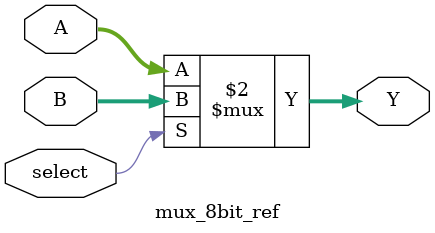
<source format=v>
module mux_8bit_ref (
    input wire [7:0] A, 
    input wire [7:0] B,   
    input wire select,  
      
    output wire [7:0] Y    
);
    
    assign Y = (select == 1'b0) ? A : B;

endmodule

</source>
